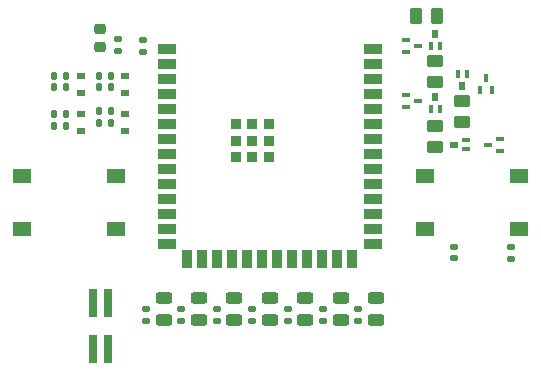
<source format=gtp>
%TF.GenerationSoftware,KiCad,Pcbnew,(6.0.9)*%
%TF.CreationDate,2023-02-02T10:43:15+01:00*%
%TF.ProjectId,ESPBoard,45535042-6f61-4726-942e-6b696361645f,rev?*%
%TF.SameCoordinates,Original*%
%TF.FileFunction,Paste,Top*%
%TF.FilePolarity,Positive*%
%FSLAX46Y46*%
G04 Gerber Fmt 4.6, Leading zero omitted, Abs format (unit mm)*
G04 Created by KiCad (PCBNEW (6.0.9)) date 2023-02-02 10:43:15*
%MOMM*%
%LPD*%
G01*
G04 APERTURE LIST*
G04 Aperture macros list*
%AMRoundRect*
0 Rectangle with rounded corners*
0 $1 Rounding radius*
0 $2 $3 $4 $5 $6 $7 $8 $9 X,Y pos of 4 corners*
0 Add a 4 corners polygon primitive as box body*
4,1,4,$2,$3,$4,$5,$6,$7,$8,$9,$2,$3,0*
0 Add four circle primitives for the rounded corners*
1,1,$1+$1,$2,$3*
1,1,$1+$1,$4,$5*
1,1,$1+$1,$6,$7*
1,1,$1+$1,$8,$9*
0 Add four rect primitives between the rounded corners*
20,1,$1+$1,$2,$3,$4,$5,0*
20,1,$1+$1,$4,$5,$6,$7,0*
20,1,$1+$1,$6,$7,$8,$9,0*
20,1,$1+$1,$8,$9,$2,$3,0*%
G04 Aperture macros list end*
%ADD10R,1.500000X0.900000*%
%ADD11R,0.900000X1.500000*%
%ADD12R,0.900000X0.900000*%
%ADD13RoundRect,0.250000X-0.450000X0.262500X-0.450000X-0.262500X0.450000X-0.262500X0.450000X0.262500X0*%
%ADD14R,0.500000X0.700000*%
%ADD15R,0.400000X0.700000*%
%ADD16RoundRect,0.135000X-0.185000X0.135000X-0.185000X-0.135000X0.185000X-0.135000X0.185000X0.135000X0*%
%ADD17RoundRect,0.135000X0.135000X0.185000X-0.135000X0.185000X-0.135000X-0.185000X0.135000X-0.185000X0*%
%ADD18R,0.700000X0.600000*%
%ADD19RoundRect,0.243750X-0.456250X0.243750X-0.456250X-0.243750X0.456250X-0.243750X0.456250X0.243750X0*%
%ADD20RoundRect,0.135000X0.185000X-0.135000X0.185000X0.135000X-0.185000X0.135000X-0.185000X-0.135000X0*%
%ADD21R,0.700000X0.400000*%
%ADD22R,1.550000X1.300000*%
%ADD23RoundRect,0.250000X0.450000X-0.262500X0.450000X0.262500X-0.450000X0.262500X-0.450000X-0.262500X0*%
%ADD24R,0.740000X2.400000*%
%ADD25RoundRect,0.250000X0.262500X0.450000X-0.262500X0.450000X-0.262500X-0.450000X0.262500X-0.450000X0*%
%ADD26RoundRect,0.225000X0.250000X-0.225000X0.250000X0.225000X-0.250000X0.225000X-0.250000X-0.225000X0*%
%ADD27RoundRect,0.135000X-0.135000X-0.185000X0.135000X-0.185000X0.135000X0.185000X-0.135000X0.185000X0*%
%ADD28RoundRect,0.140000X0.170000X-0.140000X0.170000X0.140000X-0.170000X0.140000X-0.170000X-0.140000X0*%
%ADD29R,0.700000X0.500000*%
G04 APERTURE END LIST*
D10*
%TO.C,U301*%
X141250000Y-87040000D03*
X141250000Y-88310000D03*
X141250000Y-89580000D03*
X141250000Y-90850000D03*
X141250000Y-92120000D03*
X141250000Y-93390000D03*
X141250000Y-94660000D03*
X141250000Y-95930000D03*
X141250000Y-97200000D03*
X141250000Y-98470000D03*
X141250000Y-99740000D03*
X141250000Y-101010000D03*
X141250000Y-102280000D03*
X141250000Y-103550000D03*
D11*
X143015000Y-104800000D03*
X144285000Y-104800000D03*
X145555000Y-104800000D03*
X146825000Y-104800000D03*
X148095000Y-104800000D03*
X149365000Y-104800000D03*
X150635000Y-104800000D03*
X151905000Y-104800000D03*
X153175000Y-104800000D03*
X154445000Y-104800000D03*
X155715000Y-104800000D03*
X156985000Y-104800000D03*
D10*
X158750000Y-103550000D03*
X158750000Y-102280000D03*
X158750000Y-101010000D03*
X158750000Y-99740000D03*
X158750000Y-98470000D03*
X158750000Y-97200000D03*
X158750000Y-95930000D03*
X158750000Y-94660000D03*
X158750000Y-93390000D03*
X158750000Y-92120000D03*
X158750000Y-90850000D03*
X158750000Y-89580000D03*
X158750000Y-88310000D03*
X158750000Y-87040000D03*
D12*
X147100000Y-96160000D03*
X147100000Y-94760000D03*
X148500000Y-96160000D03*
X148500000Y-94760000D03*
X149900000Y-94760000D03*
X149900000Y-96160000D03*
X148500000Y-93360000D03*
X149900000Y-93360000D03*
X147100000Y-93360000D03*
%TD*%
D13*
%TO.C,R403*%
X166250000Y-91387500D03*
X166250000Y-93212500D03*
%TD*%
D14*
%TO.C,Q406*%
X164000000Y-91100000D03*
D15*
X163600000Y-92100000D03*
X164400000Y-92100000D03*
%TD*%
D16*
%TO.C,R309*%
X142500000Y-108990000D03*
X142500000Y-110010000D03*
%TD*%
D17*
%TO.C,R418*%
X132760000Y-89250000D03*
X131740000Y-89250000D03*
%TD*%
D18*
%TO.C,D402*%
X137750000Y-92550000D03*
X137750000Y-93950000D03*
%TD*%
D19*
%TO.C,D304*%
X150000000Y-108062500D03*
X150000000Y-109937500D03*
%TD*%
D16*
%TO.C,R310*%
X145500000Y-108990000D03*
X145500000Y-110010000D03*
%TD*%
D20*
%TO.C,R302*%
X170430000Y-104780000D03*
X170430000Y-103760000D03*
%TD*%
D17*
%TO.C,R416*%
X136510000Y-92250000D03*
X135490000Y-92250000D03*
%TD*%
D21*
%TO.C,Q403*%
X168500000Y-95100000D03*
X169500000Y-95600000D03*
X169500000Y-94600000D03*
%TD*%
D15*
%TO.C,Q401*%
X168300000Y-89500000D03*
X167800000Y-90500000D03*
X168800000Y-90500000D03*
%TD*%
D22*
%TO.C,SW301*%
X129015000Y-102250000D03*
X136965000Y-102250000D03*
X129015000Y-97750000D03*
X136965000Y-97750000D03*
%TD*%
D18*
%TO.C,D403*%
X134000000Y-89300000D03*
X134000000Y-90700000D03*
%TD*%
D14*
%TO.C,Q402*%
X166300000Y-90100000D03*
D15*
X166700000Y-89100000D03*
X165900000Y-89100000D03*
%TD*%
D19*
%TO.C,D305*%
X153000000Y-108062500D03*
X153000000Y-109937500D03*
%TD*%
D21*
%TO.C,Q407*%
X162500000Y-86750000D03*
X161500000Y-86250000D03*
X161500000Y-87250000D03*
%TD*%
D23*
%TO.C,R406*%
X164000000Y-95312500D03*
X164000000Y-93487500D03*
%TD*%
D24*
%TO.C,J205*%
X136265000Y-108500000D03*
X136265000Y-112400000D03*
X134995000Y-108500000D03*
X134995000Y-112400000D03*
%TD*%
D25*
%TO.C,R412*%
X164162500Y-84250000D03*
X162337500Y-84250000D03*
%TD*%
D22*
%TO.C,SW302*%
X163125000Y-97750000D03*
X171075000Y-97750000D03*
X171075000Y-102250000D03*
X163125000Y-102250000D03*
%TD*%
D18*
%TO.C,D404*%
X137750000Y-89300000D03*
X137750000Y-90700000D03*
%TD*%
D17*
%TO.C,R420*%
X136510000Y-89250000D03*
X135490000Y-89250000D03*
%TD*%
D26*
%TO.C,C303*%
X135650000Y-86875000D03*
X135650000Y-85325000D03*
%TD*%
D27*
%TO.C,R419*%
X135490000Y-90250000D03*
X136510000Y-90250000D03*
%TD*%
D19*
%TO.C,D301*%
X141000000Y-108062500D03*
X141000000Y-109937500D03*
%TD*%
D18*
%TO.C,D401*%
X134000000Y-92550000D03*
X134000000Y-93950000D03*
%TD*%
D16*
%TO.C,R314*%
X157500000Y-108990000D03*
X157500000Y-110010000D03*
%TD*%
D23*
%TO.C,R409*%
X164000000Y-89812500D03*
X164000000Y-87987500D03*
%TD*%
D19*
%TO.C,D302*%
X144000000Y-108062500D03*
X144000000Y-109937500D03*
%TD*%
D16*
%TO.C,R301*%
X137120000Y-86140000D03*
X137120000Y-87160000D03*
%TD*%
D19*
%TO.C,D307*%
X159000000Y-108062500D03*
X159000000Y-109937500D03*
%TD*%
D21*
%TO.C,Q405*%
X162500000Y-91400000D03*
X161500000Y-90900000D03*
X161500000Y-91900000D03*
%TD*%
D27*
%TO.C,R417*%
X131740000Y-90250000D03*
X132760000Y-90250000D03*
%TD*%
D16*
%TO.C,R311*%
X148500000Y-108990000D03*
X148500000Y-110010000D03*
%TD*%
D14*
%TO.C,Q408*%
X164000000Y-85750000D03*
D15*
X163600000Y-86750000D03*
X164400000Y-86750000D03*
%TD*%
D16*
%TO.C,R308*%
X139500000Y-108990000D03*
X139500000Y-110010000D03*
%TD*%
%TO.C,R312*%
X151500000Y-108990000D03*
X151500000Y-110010000D03*
%TD*%
D28*
%TO.C,C304*%
X165630000Y-104720000D03*
X165630000Y-103760000D03*
%TD*%
D19*
%TO.C,D306*%
X156000000Y-108062500D03*
X156000000Y-109937500D03*
%TD*%
D28*
%TO.C,C302*%
X139250000Y-87230000D03*
X139250000Y-86270000D03*
%TD*%
D19*
%TO.C,D303*%
X147000000Y-108062500D03*
X147000000Y-109937500D03*
%TD*%
D29*
%TO.C,Q404*%
X165600000Y-95100000D03*
D21*
X166600000Y-95500000D03*
X166600000Y-94700000D03*
%TD*%
D16*
%TO.C,R313*%
X154500000Y-108990000D03*
X154500000Y-110010000D03*
%TD*%
D17*
%TO.C,R414*%
X132760000Y-92500000D03*
X131740000Y-92500000D03*
%TD*%
D27*
%TO.C,R413*%
X131740000Y-93500000D03*
X132760000Y-93500000D03*
%TD*%
%TO.C,R415*%
X135490000Y-93250000D03*
X136510000Y-93250000D03*
%TD*%
M02*

</source>
